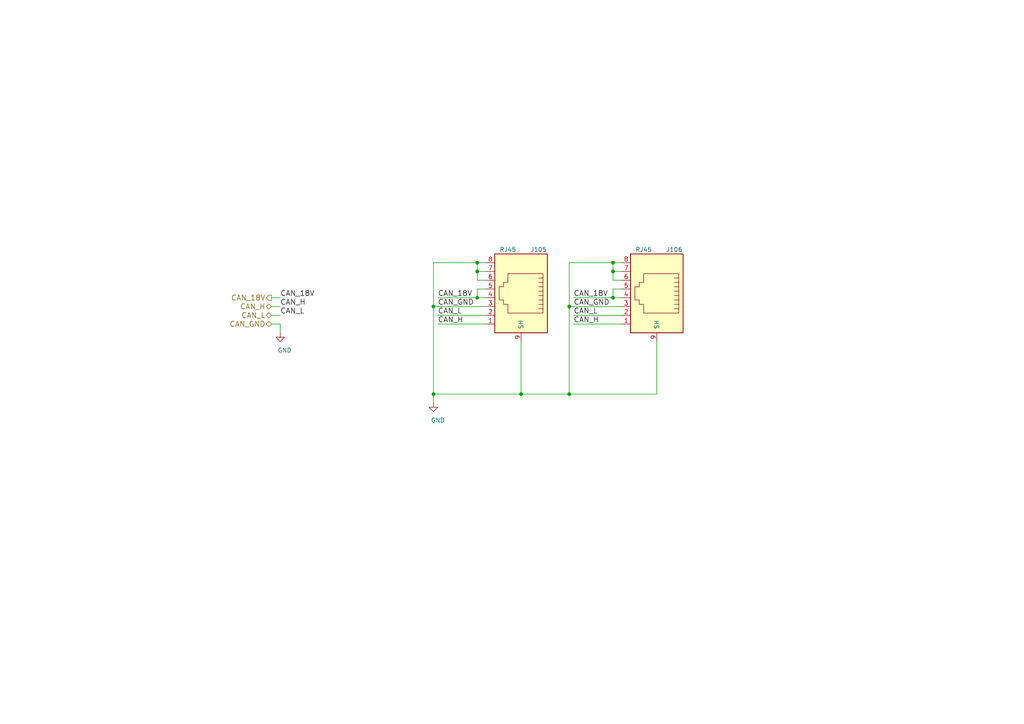
<source format=kicad_sch>
(kicad_sch (version 20231120) (generator "eeschema") (generator_version "8.0")
  (paper "A4")
  (lib_symbols
    (symbol "Connector:RJ45_Shielded" (pin_names (offset 1.016))
      (property "Reference" "J106" (at -5.08 13.97 0))
      (property "Value" "RJ45" (at 3.81 13.97 0))
      (symbol "RJ45_Shielded_0_1"
        (polyline (pts (xy -5.08 4.445) (xy -6.35 4.445)))
        (polyline (pts (xy -5.08 5.715) (xy -6.35 5.715)))
        (polyline (pts (xy -6.35 -3.175) (xy -5.08 -3.175) (xy -5.08 -3.175)))
        (polyline (pts (xy -6.35 -1.905) (xy -5.08 -1.905) (xy -5.08 -1.905)))
        (polyline (pts (xy -6.35 -0.635) (xy -5.08 -0.635) (xy -5.08 -0.635)))
        (polyline (pts (xy -6.35 0.635) (xy -5.08 0.635) (xy -5.08 0.635)))
        (polyline (pts (xy -6.35 1.905) (xy -5.08 1.905) (xy -5.08 1.905)))
        (polyline (pts (xy -5.08 3.175) (xy -6.35 3.175) (xy -6.35 3.175)))
        (polyline (pts (xy -6.35 -4.445) (xy -6.35 6.985) (xy 3.81 6.985) (xy 3.81 4.445) (xy 5.08 4.445) (xy 5.08 3.175) (xy 6.35 3.175) (xy 6.35 -0.635) (xy 5.08 -0.635) (xy 5.08 -1.905) (xy 3.81 -1.905) (xy 3.81 -4.445) (xy -6.35 -4.445) (xy -6.35 -4.445)))
        (rectangle (start 7.62 12.7) (end -7.62 -10.16) (stroke (width 0.254)) (fill (type background)))
      )
      (symbol "RJ45_Shielded_1_1"
        (pin passive line (at 10.16 -7.62 180) (length 2.54) (name "~") (number "1"))
        (pin passive line (at 10.16 -5.08 180) (length 2.54) (name "~") (number "2"))
        (pin passive line (at 10.16 -2.54 180) (length 2.54) (name "~") (number "3"))
        (pin passive line (at 10.16 0 180) (length 2.54) (name "~") (number "4"))
        (pin passive line (at 10.16 2.54 180) (length 2.54) (name "~") (number "5"))
        (pin passive line (at 10.16 5.08 180) (length 2.54) (name "~") (number "6"))
        (pin passive line (at 10.16 7.62 180) (length 2.54) (name "~") (number "7"))
        (pin passive line (at 10.16 10.16 180) (length 2.54) (name "~") (number "8"))
        (pin passive line (at 0 -12.7 90) (length 2.54) (name "SH") (number "9"))
      )
    )
    (symbol "RJ45_Shielded_1" (pin_names (offset 1.016))
      (property "Reference" "J105" (at -5.08 13.97 0))
      (property "Value" "RJ45_Shielded_1" (at 3.81 13.97 0))
      (symbol "RJ45_Shielded_1_0_1"
        (polyline (pts (xy -5.08 4.445) (xy -6.35 4.445)))
        (polyline (pts (xy -5.08 5.715) (xy -6.35 5.715)))
        (polyline (pts (xy -6.35 -3.175) (xy -5.08 -3.175) (xy -5.08 -3.175)))
        (polyline (pts (xy -6.35 -1.905) (xy -5.08 -1.905) (xy -5.08 -1.905)))
        (polyline (pts (xy -6.35 -0.635) (xy -5.08 -0.635) (xy -5.08 -0.635)))
        (polyline (pts (xy -6.35 0.635) (xy -5.08 0.635) (xy -5.08 0.635)))
        (polyline (pts (xy -6.35 1.905) (xy -5.08 1.905) (xy -5.08 1.905)))
        (polyline (pts (xy -5.08 3.175) (xy -6.35 3.175) (xy -6.35 3.175)))
        (polyline (pts (xy -6.35 -4.445) (xy -6.35 6.985) (xy 3.81 6.985) (xy 3.81 4.445) (xy 5.08 4.445) (xy 5.08 3.175) (xy 6.35 3.175) (xy 6.35 -0.635) (xy 5.08 -0.635) (xy 5.08 -1.905) (xy 3.81 -1.905) (xy 3.81 -4.445) (xy -6.35 -4.445) (xy -6.35 -4.445)))
        (rectangle (start 7.62 12.7) (end -7.62 -10.16) (stroke (width 0.254)) (fill (type background)))
      )
      (symbol "RJ45_Shielded_1_1_1"
        (pin passive line (at 10.16 -7.62 180) (length 2.54) (name "~") (number "1"))
        (pin passive line (at 10.16 -5.08 180) (length 2.54) (name "~") (number "2"))
        (pin passive line (at 10.16 -2.54 180) (length 2.54) (name "~") (number "3"))
        (pin passive line (at 10.16 0 180) (length 2.54) (name "~") (number "4"))
        (pin passive line (at 10.16 2.54 180) (length 2.54) (name "~") (number "5"))
        (pin passive line (at 10.16 5.08 180) (length 2.54) (name "~") (number "6"))
        (pin passive line (at 10.16 7.62 180) (length 2.54) (name "~") (number "7"))
        (pin passive line (at 10.16 10.16 180) (length 2.54) (name "~") (number "8"))
        (pin passive line (at 0 -12.7 90) (length 2.54) (name "SH") (number "9"))
      )
    )
    (symbol "power:GND" (power) (pin_names (offset 0))
      (property "Value" "GND" (at 0 -3.81 0))
      (symbol "GND_0_1"
        (polyline (pts (xy 0 0) (xy 0 -1.27) (xy 1.27 -1.27) (xy 0 -2.54) (xy -1.27 -1.27) (xy 0 -1.27)))
      )
      (symbol "GND_1_1"
        (pin power_in line (at 0 0 270) (length 0) hide (name "GND") (number "1"))
      )
    )
  )
  (junction (at 138.43 76.2))
  (junction (at 165.1 88.9))
  (junction (at 151.13 114.3))
  (junction (at 177.8 76.2))
  (junction (at 138.43 86.36))
  (junction (at 177.8 86.36))
  (junction (at 125.73 88.9))
  (junction (at 177.8 78.74))
  (junction (at 138.43 78.74))
  (junction (at 165.1 114.3))
  (junction (at 125.73 114.3))
  (wire (pts (xy 140.97 83.82) (xy 138.43 83.82)))
  (wire (pts (xy 165.1 76.2) (xy 165.1 88.9)))
  (wire (pts (xy 138.43 83.82) (xy 138.43 86.36)))
  (wire (pts (xy 151.13 114.3) (xy 151.13 99.06)))
  (wire (pts (xy 177.8 83.82) (xy 177.8 86.36)))
  (wire (pts (xy 165.1 88.9) (xy 165.1 114.3)))
  (wire (pts (xy 125.73 114.3) (xy 151.13 114.3)))
  (wire (pts (xy 166.37 91.44) (xy 180.34 91.44)))
  (wire (pts (xy 177.8 76.2) (xy 165.1 76.2)))
  (wire (pts (xy 166.37 86.36) (xy 177.8 86.36)))
  (wire (pts (xy 180.34 76.2) (xy 177.8 76.2)))
  (wire (pts (xy 165.1 88.9) (xy 180.34 88.9)))
  (wire (pts (xy 127 91.44) (xy 140.97 91.44)))
  (wire (pts (xy 81.28 91.44) (xy 78.74 91.44)))
  (wire (pts (xy 190.5 114.3) (xy 190.5 99.06)))
  (wire (pts (xy 78.74 93.98) (xy 81.28 93.98)))
  (wire (pts (xy 180.34 81.28) (xy 177.8 81.28)))
  (wire (pts (xy 138.43 76.2) (xy 125.73 76.2)))
  (wire (pts (xy 140.97 81.28) (xy 138.43 81.28)))
  (wire (pts (xy 125.73 88.9) (xy 125.73 114.3)))
  (wire (pts (xy 138.43 78.74) (xy 138.43 76.2)))
  (wire (pts (xy 180.34 78.74) (xy 177.8 78.74)))
  (wire (pts (xy 125.73 114.3) (xy 125.73 116.84)))
  (wire (pts (xy 140.97 76.2) (xy 138.43 76.2)))
  (wire (pts (xy 140.97 93.98) (xy 127 93.98)))
  (wire (pts (xy 180.34 83.82) (xy 177.8 83.82)))
  (wire (pts (xy 125.73 76.2) (xy 125.73 88.9)))
  (wire (pts (xy 125.73 88.9) (xy 140.97 88.9)))
  (wire (pts (xy 138.43 81.28) (xy 138.43 78.74)))
  (wire (pts (xy 140.97 78.74) (xy 138.43 78.74)))
  (wire (pts (xy 81.28 93.98) (xy 81.28 96.52)))
  (wire (pts (xy 180.34 93.98) (xy 166.37 93.98)))
  (wire (pts (xy 151.13 114.3) (xy 165.1 114.3)))
  (wire (pts (xy 138.43 86.36) (xy 140.97 86.36)))
  (wire (pts (xy 177.8 86.36) (xy 180.34 86.36)))
  (wire (pts (xy 165.1 114.3) (xy 190.5 114.3)))
  (wire (pts (xy 78.74 88.9) (xy 81.28 88.9)))
  (wire (pts (xy 78.74 86.36) (xy 81.28 86.36)))
  (wire (pts (xy 177.8 81.28) (xy 177.8 78.74)))
  (wire (pts (xy 127 86.36) (xy 138.43 86.36)))
  (wire (pts (xy 177.8 78.74) (xy 177.8 76.2)))
  (label "CAN_18V" (at 81.28 86.36 0) (effects (font (size 1.524 1.524))))
  (label "CAN_L" (at 127 91.44 0) (effects (font (size 1.524 1.524))))
  (label "CAN_H" (at 127 93.98 0) (effects (font (size 1.524 1.524))))
  (label "CAN_H" (at 166.37 93.98 0) (effects (font (size 1.524 1.524))))
  (label "CAN_GND" (at 127 88.9 0) (effects (font (size 1.524 1.524))))
  (label "CAN_L" (at 81.28 91.44 0) (effects (font (size 1.524 1.524))))
  (label "CAN_L" (at 166.37 91.44 0) (effects (font (size 1.524 1.524))))
  (label "CAN_GND" (at 166.37 88.9 0) (effects (font (size 1.524 1.524))))
  (label "CAN_H" (at 81.28 88.9 0) (effects (font (size 1.524 1.524))))
  (label "CAN_18V" (at 127 86.36 0) (effects (font (size 1.524 1.524))))
  (label "CAN_18V" (at 166.37 86.36 0) (effects (font (size 1.524 1.524))))
  (hierarchical_label "CAN_H" (shape bidirectional) (at 78.74 88.9 180) (effects (font (size 1.524 1.524))))
  (hierarchical_label "CAN_18V" (shape output) (at 78.74 86.36 180) (effects (font (size 1.524 1.524))))
  (hierarchical_label "CAN_GND" (shape bidirectional) (at 78.74 93.98 180) (effects (font (size 1.524 1.524))))
  (hierarchical_label "CAN_L" (shape bidirectional) (at 78.74 91.44 180) (effects (font (size 1.524 1.524))))
  (symbol (lib_id "Connector:RJ45_Shielded") (at 190.5 86.36 0) (mirror y) (unit 1)
    (property "Reference" "J106" (at 195.58 72.39 0))
    (property "Value" "RJ45" (at 186.69 72.39 0))
    (property "Footprint" "KicadZeniteSolarLibrary18:RJ45_YH59_01" (effects (hide yes)))
  )
  (symbol (lib_name "RJ45_Shielded_1") (lib_id "Connector:RJ45_Shielded") (at 151.13 86.36 0) (mirror y) (unit 1)
    (property "Reference" "J105" (at 156.21 72.39 0))
    (property "Value" "RJ45" (at 147.32 72.39 0))
    (property "Footprint" "KicadZeniteSolarLibrary18:RJ45_YH59_01" (effects (hide yes)))
  )
  (symbol (lib_id "power:GND") (at 125.73 116.84 0) (unit 1)
    (property "Reference" "#PWR0144" (effects (hide yes)))
    (property "Value" "GND" (at 127 121.92 0))
  )
  (symbol (lib_id "power:GND") (at 81.28 96.52 0) (unit 1)
    (property "Reference" "#PWR0143" (effects (hide yes)))
    (property "Value" "GND" (at 82.55 101.6 0))
  )
)
</source>
